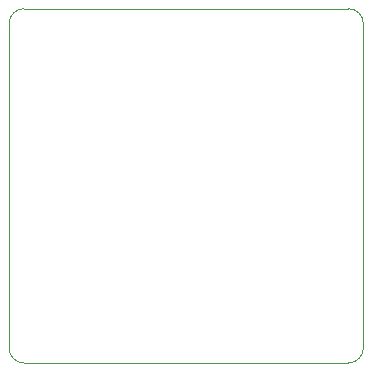
<source format=gbr>
%TF.GenerationSoftware,Altium Limited,Altium Designer,21.6.4 (81)*%
G04 Layer_Color=0*
%FSLAX45Y45*%
%MOMM*%
%TF.SameCoordinates,35F77A6B-66F6-43E6-81AF-3D6A737DF117*%
%TF.FilePolarity,Positive*%
%TF.FileFunction,Profile,NP*%
%TF.Part,Single*%
G01*
G75*
%TA.AperFunction,Profile*%
%ADD35C,0.02540*%
D35*
X-1500000Y-1373000D02*
G03*
X-1373000Y-1500000I127000J0D01*
G01*
X1373000D01*
D02*
G03*
X1500000Y-1373000I0J127000D01*
G01*
Y1373000D01*
D02*
G03*
X1373000Y1500000I-127000J0D01*
G01*
X-1373000D01*
D02*
G03*
X-1500000Y1373000I0J-127000D01*
G01*
Y-1373000D01*
%TF.MD5,59d6974d99f03c04a8280e8ffa866038*%
M02*

</source>
